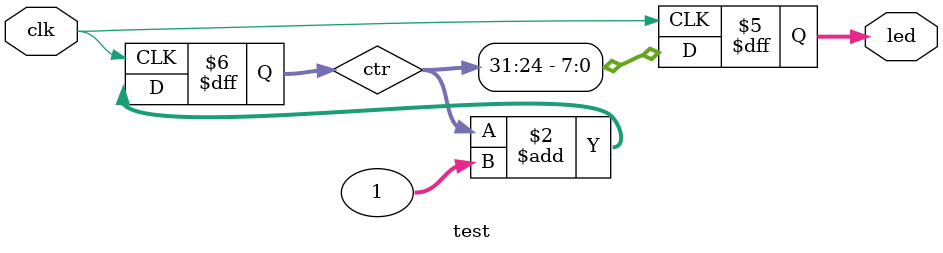
<source format=v>
`timescale 1ns / 1ps


module test(
input clk,
output reg [7:0] led);
reg [31:0] ctr = 0;
always@(posedge clk)ctr<=ctr+1;
always@(posedge clk)
begin
led<={ctr[31],ctr[30],ctr[29],ctr[28],ctr[27],ctr[26],ctr[25],ctr[24]};
end
endmodule

</source>
